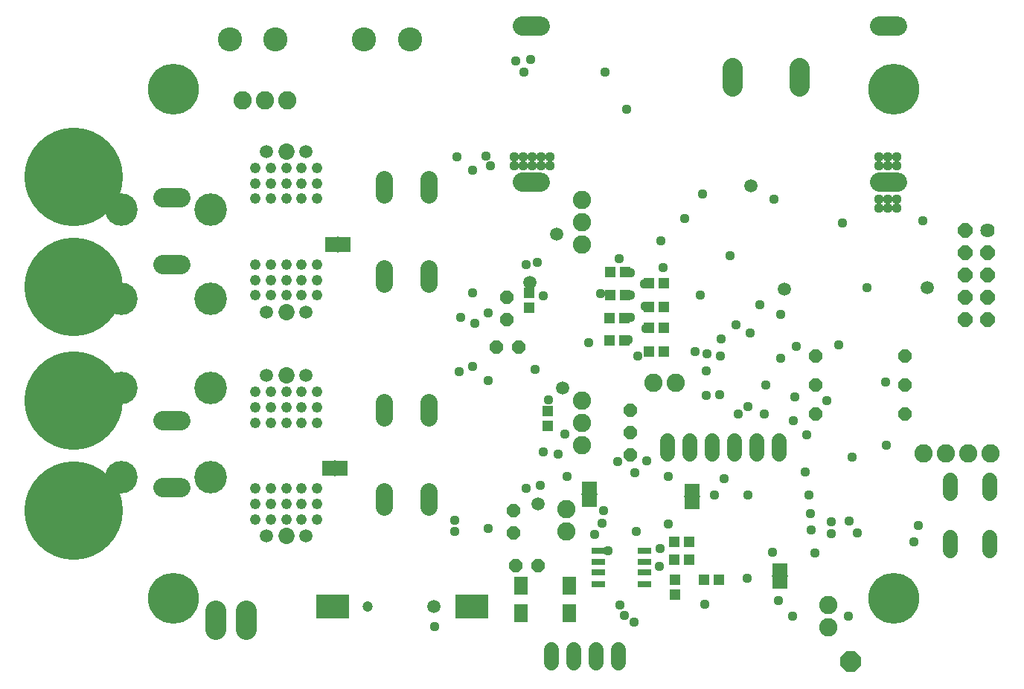
<source format=gbs>
G75*
%MOIN*%
%OFA0B0*%
%FSLAX25Y25*%
%IPPOS*%
%LPD*%
%AMOC8*
5,1,8,0,0,1.08239X$1,22.5*
%
%ADD10OC8,0.06000*%
%ADD11C,0.08200*%
%ADD12C,0.06800*%
%ADD13C,0.04769*%
%ADD14C,0.05950*%
%ADD15C,0.07296*%
%ADD16C,0.06400*%
%ADD17OC8,0.06400*%
%ADD18R,0.05918X0.08280*%
%ADD19R,0.05918X0.03162*%
%ADD20R,0.04737X0.05131*%
%ADD21C,0.04737*%
%ADD22C,0.05918*%
%ADD23R,0.14737X0.11036*%
%ADD24OC8,0.09300*%
%ADD25C,0.10800*%
%ADD26R,0.07100X0.05400*%
%ADD27R,0.01600X0.03300*%
%ADD28R,0.07200X0.00600*%
%ADD29C,0.44107*%
%ADD30R,0.05131X0.04737*%
%ADD31C,0.07800*%
%ADD32C,0.14580*%
%ADD33C,0.08600*%
%ADD34C,0.09050*%
%ADD35R,0.05400X0.07100*%
%ADD36R,0.00600X0.07200*%
%ADD37C,0.09200*%
%ADD38C,0.22800*%
%ADD39C,0.04369*%
D10*
X0261133Y0106372D03*
X0271133Y0106372D03*
X0260275Y0121102D03*
X0260275Y0131102D03*
X0312646Y0156205D03*
X0312646Y0166205D03*
X0312646Y0176205D03*
X0262539Y0204389D03*
X0252539Y0204389D03*
X0257334Y0216962D03*
X0257334Y0226962D03*
X0395576Y0200531D03*
X0395729Y0187531D03*
X0395729Y0174531D03*
X0435729Y0174531D03*
X0435729Y0187531D03*
X0435576Y0200531D03*
D11*
X0463914Y0156845D03*
X0453943Y0156719D03*
X0443943Y0156719D03*
X0473914Y0156845D03*
X0401220Y0088808D03*
X0401220Y0078808D03*
X0283854Y0121751D03*
X0283854Y0131751D03*
X0291043Y0160635D03*
X0291043Y0170635D03*
X0291043Y0180635D03*
X0323029Y0188492D03*
X0333029Y0188492D03*
X0291007Y0250614D03*
X0291007Y0260614D03*
X0291007Y0270614D03*
X0159080Y0315226D03*
X0149080Y0315226D03*
X0139080Y0315226D03*
D12*
X0329198Y0162563D02*
X0329198Y0156563D01*
X0339198Y0156563D02*
X0339198Y0162563D01*
X0349198Y0162563D02*
X0349198Y0156563D01*
X0359198Y0156563D02*
X0359198Y0162563D01*
X0369198Y0162563D02*
X0369198Y0156563D01*
X0379198Y0156563D02*
X0379198Y0162563D01*
X0455829Y0144831D02*
X0455829Y0138831D01*
X0473629Y0138831D02*
X0473629Y0144831D01*
X0473629Y0119231D02*
X0473629Y0113231D01*
X0455829Y0113231D02*
X0455829Y0119231D01*
X0307136Y0068787D02*
X0307136Y0062787D01*
X0297136Y0062787D02*
X0297136Y0068787D01*
X0287136Y0068787D02*
X0287136Y0062787D01*
X0277136Y0062787D02*
X0277136Y0068787D01*
D13*
X0172237Y0127271D03*
X0165347Y0127271D03*
X0158457Y0127271D03*
X0151568Y0127271D03*
X0144678Y0127271D03*
X0144678Y0134161D03*
X0151568Y0134161D03*
X0158457Y0134161D03*
X0165347Y0134161D03*
X0172237Y0134161D03*
X0172237Y0141051D03*
X0165347Y0141051D03*
X0158457Y0141051D03*
X0151568Y0141051D03*
X0144678Y0141051D03*
X0144678Y0170579D03*
X0151568Y0170579D03*
X0158457Y0170579D03*
X0165347Y0170579D03*
X0172237Y0170579D03*
X0172237Y0177468D03*
X0165347Y0177468D03*
X0158457Y0177468D03*
X0151568Y0177468D03*
X0144678Y0177468D03*
X0144678Y0184358D03*
X0151568Y0184358D03*
X0158457Y0184358D03*
X0165347Y0184358D03*
X0172237Y0184358D03*
X0172237Y0227665D03*
X0165347Y0227665D03*
X0158457Y0227665D03*
X0151568Y0227665D03*
X0144678Y0227665D03*
X0144678Y0234555D03*
X0151568Y0234555D03*
X0158457Y0234555D03*
X0165347Y0234555D03*
X0172237Y0234555D03*
X0172237Y0241445D03*
X0165347Y0241445D03*
X0158457Y0241445D03*
X0151568Y0241445D03*
X0144678Y0241445D03*
X0144678Y0270972D03*
X0151568Y0270972D03*
X0158457Y0270972D03*
X0165347Y0270972D03*
X0172237Y0270972D03*
X0172237Y0277862D03*
X0165347Y0277862D03*
X0158457Y0277862D03*
X0151568Y0277862D03*
X0144678Y0277862D03*
X0144678Y0284752D03*
X0151568Y0284752D03*
X0158457Y0284752D03*
X0165347Y0284752D03*
X0172237Y0284752D03*
D14*
X0167347Y0292252D03*
X0149568Y0292252D03*
X0267729Y0233531D03*
X0279729Y0255031D03*
X0366515Y0276906D03*
X0381729Y0230531D03*
X0445729Y0231031D03*
X0282229Y0186031D03*
X0271229Y0134031D03*
X0167347Y0119771D03*
X0149568Y0119771D03*
X0149568Y0191858D03*
X0167347Y0191858D03*
X0167347Y0220165D03*
X0149568Y0220165D03*
D15*
X0158457Y0220165D03*
X0158457Y0191858D03*
X0158457Y0119771D03*
X0158457Y0292252D03*
D16*
X0472678Y0256657D03*
D17*
X0462678Y0256657D03*
X0462678Y0246657D03*
X0472678Y0246657D03*
X0472678Y0236657D03*
X0462678Y0236657D03*
X0462678Y0226657D03*
X0472678Y0226657D03*
X0472678Y0216657D03*
X0462678Y0216657D03*
D18*
X0285137Y0097617D03*
X0285137Y0085019D03*
X0263483Y0085019D03*
X0263483Y0097617D03*
D19*
X0298115Y0098255D03*
X0298115Y0103373D03*
X0298115Y0108097D03*
X0298115Y0113215D03*
X0318981Y0113215D03*
X0318981Y0108097D03*
X0318981Y0103373D03*
X0318981Y0098255D03*
D20*
X0332586Y0100159D03*
X0332586Y0093466D03*
X0345459Y0100161D03*
X0352151Y0100161D03*
X0338786Y0109029D03*
X0332093Y0109029D03*
X0332164Y0117226D03*
X0338857Y0117226D03*
X0275729Y0169185D03*
X0275729Y0175878D03*
X0267229Y0222185D03*
X0267229Y0228878D03*
D21*
X0195084Y0088114D03*
D22*
X0224612Y0088114D03*
D23*
X0241541Y0088114D03*
X0179140Y0088114D03*
D24*
X0411135Y0063531D03*
D25*
X0213833Y0342420D03*
X0193360Y0342420D03*
X0153597Y0342420D03*
X0133124Y0342420D03*
D26*
X0294210Y0141583D03*
X0294210Y0135583D03*
X0340166Y0134441D03*
X0340166Y0140441D03*
X0379710Y0104639D03*
X0379710Y0098639D03*
D27*
X0379710Y0101639D03*
X0340166Y0137441D03*
X0294210Y0138583D03*
D28*
X0294210Y0138583D03*
X0340166Y0137441D03*
X0379710Y0101639D03*
D29*
X0063229Y0131208D03*
X0063229Y0180421D03*
X0063229Y0231602D03*
X0063229Y0280815D03*
D30*
X0303439Y0238082D03*
X0310132Y0238082D03*
X0320883Y0233031D03*
X0327576Y0233031D03*
X0327576Y0222531D03*
X0320883Y0222531D03*
X0310076Y0217531D03*
X0303383Y0217531D03*
X0303383Y0207531D03*
X0310076Y0207531D03*
X0320883Y0202531D03*
X0327576Y0202531D03*
X0327576Y0213031D03*
X0320883Y0213031D03*
X0310138Y0227878D03*
X0303445Y0227878D03*
D31*
X0222229Y0232708D02*
X0222229Y0239708D01*
X0202229Y0239708D02*
X0202229Y0232708D01*
X0202229Y0272708D02*
X0202229Y0279708D01*
X0222229Y0279708D02*
X0222229Y0272708D01*
X0222229Y0179708D02*
X0222229Y0172708D01*
X0202229Y0172708D02*
X0202229Y0179708D01*
X0202229Y0139708D02*
X0202229Y0132708D01*
X0222229Y0132708D02*
X0222229Y0139708D01*
D32*
X0124729Y0146031D03*
X0084729Y0146031D03*
X0084729Y0186031D03*
X0124729Y0186031D03*
X0124729Y0226031D03*
X0084729Y0226031D03*
X0084729Y0266031D03*
X0124729Y0266031D03*
D33*
X0111129Y0271531D02*
X0103329Y0271531D01*
X0103329Y0241531D02*
X0111129Y0241531D01*
X0111129Y0171531D02*
X0103329Y0171531D01*
X0103329Y0141531D02*
X0111129Y0141531D01*
X0264329Y0278531D02*
X0272129Y0278531D01*
X0272129Y0348531D02*
X0264329Y0348531D01*
X0424329Y0348531D02*
X0432129Y0348531D01*
X0432129Y0278531D02*
X0424329Y0278531D01*
D34*
X0388229Y0321406D02*
X0388229Y0329656D01*
X0358229Y0329656D02*
X0358229Y0321406D01*
D35*
X0184566Y0250502D03*
X0178566Y0250502D03*
X0177402Y0150085D03*
X0183402Y0150085D03*
D36*
X0180402Y0150085D03*
X0181566Y0250502D03*
D37*
X0126938Y0086151D02*
X0126938Y0077751D01*
X0140718Y0077751D02*
X0140718Y0086151D01*
D38*
X0107869Y0091707D03*
X0430682Y0091700D03*
X0430682Y0320164D03*
X0107869Y0320092D03*
D39*
X0234817Y0289804D03*
X0241804Y0283800D03*
X0249971Y0285716D03*
X0247971Y0290247D03*
X0260585Y0289800D03*
X0264585Y0289800D03*
X0268585Y0289800D03*
X0272585Y0289800D03*
X0276585Y0289800D03*
X0276585Y0285800D03*
X0272585Y0285800D03*
X0268585Y0285800D03*
X0264585Y0285800D03*
X0260585Y0285800D03*
X0310834Y0310973D03*
X0301415Y0327693D03*
X0267955Y0333553D03*
X0261326Y0332719D03*
X0264799Y0327780D03*
X0344805Y0273004D03*
X0336895Y0262240D03*
X0326417Y0252154D03*
X0307729Y0244031D03*
X0312531Y0237866D03*
X0318801Y0232863D03*
X0312618Y0227866D03*
X0319373Y0222873D03*
X0312427Y0217769D03*
X0319532Y0212813D03*
X0311451Y0207657D03*
X0315787Y0200317D03*
X0293937Y0206350D03*
X0269930Y0194312D03*
X0248930Y0189312D03*
X0241804Y0195907D03*
X0235847Y0193433D03*
X0242910Y0215250D03*
X0236734Y0217653D03*
X0248910Y0219750D03*
X0241804Y0228682D03*
X0266063Y0241531D03*
X0270832Y0242462D03*
X0273625Y0227534D03*
X0299239Y0228356D03*
X0327101Y0240069D03*
X0343991Y0227924D03*
X0370501Y0223355D03*
X0379924Y0219084D03*
X0366300Y0210734D03*
X0360059Y0214333D03*
X0353146Y0208015D03*
X0346857Y0201393D03*
X0341424Y0202584D03*
X0352905Y0200485D03*
X0346638Y0193943D03*
X0346528Y0182821D03*
X0352455Y0183020D03*
X0365108Y0177644D03*
X0360808Y0174359D03*
X0372591Y0174359D03*
X0385744Y0171502D03*
X0391747Y0165265D03*
X0411754Y0155169D03*
X0427209Y0160506D03*
X0400424Y0180584D03*
X0386406Y0182113D03*
X0373161Y0187531D03*
X0379924Y0199584D03*
X0386802Y0204954D03*
X0405943Y0205410D03*
X0426754Y0188669D03*
X0390964Y0148620D03*
X0392444Y0138204D03*
X0393198Y0129915D03*
X0402488Y0126122D03*
X0402649Y0120944D03*
X0393543Y0122380D03*
X0410428Y0126479D03*
X0414229Y0121031D03*
X0395109Y0112092D03*
X0376352Y0112319D03*
X0364881Y0100842D03*
X0378998Y0090648D03*
X0385306Y0083872D03*
X0410389Y0083730D03*
X0345765Y0088985D03*
X0314126Y0081022D03*
X0309806Y0084023D03*
X0307798Y0088890D03*
X0325717Y0106223D03*
X0325896Y0114072D03*
X0315213Y0121837D03*
X0329611Y0125237D03*
X0350153Y0137985D03*
X0354506Y0145440D03*
X0365202Y0137985D03*
X0329424Y0146584D03*
X0319924Y0153584D03*
X0314424Y0148084D03*
X0306849Y0153226D03*
X0284175Y0146369D03*
X0280229Y0156531D03*
X0273430Y0157312D03*
X0283229Y0165531D03*
X0276009Y0180936D03*
X0272179Y0142545D03*
X0265907Y0141286D03*
X0234056Y0126788D03*
X0233930Y0121883D03*
X0248804Y0123288D03*
X0296490Y0120540D03*
X0299921Y0125424D03*
X0300460Y0131271D03*
X0302531Y0113263D03*
X0224861Y0079084D03*
X0439729Y0117031D03*
X0441729Y0124531D03*
X0418580Y0231006D03*
X0407424Y0260084D03*
X0423863Y0266674D03*
X0427863Y0266674D03*
X0431863Y0266674D03*
X0431863Y0270674D03*
X0427863Y0270674D03*
X0423863Y0270674D03*
X0443424Y0261084D03*
X0431863Y0285674D03*
X0427863Y0285674D03*
X0423863Y0285674D03*
X0423863Y0289674D03*
X0427863Y0289674D03*
X0431863Y0289674D03*
X0376957Y0270674D03*
X0357228Y0245586D03*
M02*

</source>
